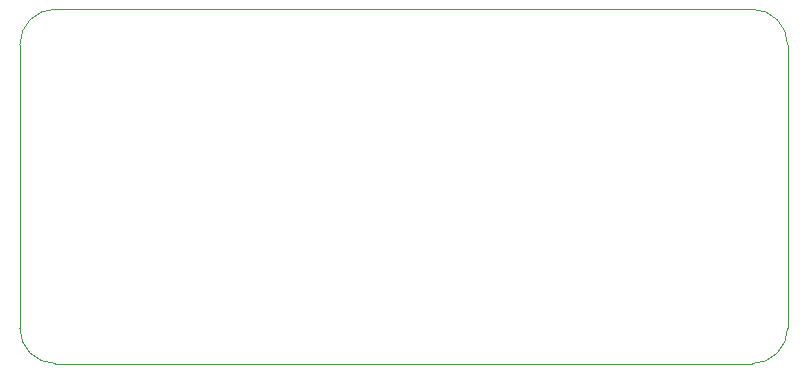
<source format=gbr>
G04 #@! TF.GenerationSoftware,KiCad,Pcbnew,5.0.2-bee76a0~70~ubuntu18.04.1*
G04 #@! TF.CreationDate,2019-03-14T22:23:38-04:00*
G04 #@! TF.ProjectId,rpi-rgb-led-matrix-zero,7270692d-7267-4622-9d6c-65642d6d6174,rev?*
G04 #@! TF.SameCoordinates,Original*
G04 #@! TF.FileFunction,Profile,NP*
%FSLAX46Y46*%
G04 Gerber Fmt 4.6, Leading zero omitted, Abs format (unit mm)*
G04 Created by KiCad (PCBNEW 5.0.2-bee76a0~70~ubuntu18.04.1) date Thu 14 Mar 2019 22:23:38 EDT*
%MOMM*%
%LPD*%
G01*
G04 APERTURE LIST*
%ADD10C,0.100000*%
G04 APERTURE END LIST*
D10*
X56630000Y1770000D02*
G75*
G03X53630000Y4770000I-3000000J0D01*
G01*
X-5370000Y4770000D02*
X53630000Y4770000D01*
X-5370000Y4770000D02*
G75*
G03X-8370000Y1770000I0J-3000000D01*
G01*
X53630000Y-25230000D02*
G75*
G03X56630000Y-22230000I0J3000000D01*
G01*
X-8370000Y-22230000D02*
G75*
G03X-5370000Y-25230000I3000000J0D01*
G01*
X-8370000Y1770000D02*
X-8370000Y-22230000D01*
X-5370000Y-25230000D02*
X53630000Y-25230000D01*
X56630000Y1770000D02*
X56630000Y-22230000D01*
M02*

</source>
